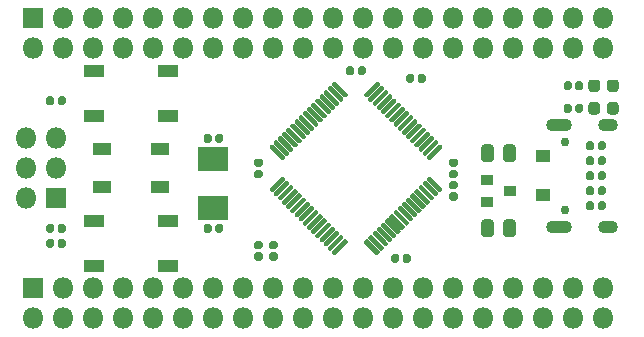
<source format=gbr>
%TF.GenerationSoftware,KiCad,Pcbnew,5.1.6+dfsg1-1*%
%TF.CreationDate,2020-08-04T18:23:16+08:00*%
%TF.ProjectId,stm32dev,73746d33-3264-4657-962e-6b696361645f,b*%
%TF.SameCoordinates,Original*%
%TF.FileFunction,Soldermask,Top*%
%TF.FilePolarity,Negative*%
%FSLAX46Y46*%
G04 Gerber Fmt 4.6, Leading zero omitted, Abs format (unit mm)*
G04 Created by KiCad (PCBNEW 5.1.6+dfsg1-1) date 2020-08-04 18:23:16*
%MOMM*%
%LPD*%
G01*
G04 APERTURE LIST*
%ADD10O,1.800000X1.800000*%
%ADD11R,1.800000X1.800000*%
%ADD12R,1.800000X1.100000*%
%ADD13O,2.200000X1.100000*%
%ADD14C,0.750000*%
%ADD15O,1.700000X1.100000*%
%ADD16R,1.300000X1.000000*%
%ADD17R,2.500000X2.000000*%
%ADD18R,1.000000X0.900000*%
%ADD19R,1.600000X1.100000*%
G04 APERTURE END LIST*
%TO.C,C9*%
G36*
G01*
X143312500Y-104915000D02*
X143707500Y-104915000D01*
G75*
G02*
X143880000Y-105087500I0J-172500D01*
G01*
X143880000Y-105432500D01*
G75*
G02*
X143707500Y-105605000I-172500J0D01*
G01*
X143312500Y-105605000D01*
G75*
G02*
X143140000Y-105432500I0J172500D01*
G01*
X143140000Y-105087500D01*
G75*
G02*
X143312500Y-104915000I172500J0D01*
G01*
G37*
G36*
G01*
X143312500Y-103945000D02*
X143707500Y-103945000D01*
G75*
G02*
X143880000Y-104117500I0J-172500D01*
G01*
X143880000Y-104462500D01*
G75*
G02*
X143707500Y-104635000I-172500J0D01*
G01*
X143312500Y-104635000D01*
G75*
G02*
X143140000Y-104462500I0J172500D01*
G01*
X143140000Y-104117500D01*
G75*
G02*
X143312500Y-103945000I172500J0D01*
G01*
G37*
%TD*%
D10*
%TO.C,J2*%
X123825000Y-95250000D03*
X126365000Y-95250000D03*
X123825000Y-97790000D03*
X126365000Y-97790000D03*
X123825000Y-100330000D03*
D11*
X126365000Y-100330000D03*
%TD*%
D10*
%TO.C,J5*%
X172720000Y-87630000D03*
X172720000Y-85090000D03*
X170180000Y-87630000D03*
X170180000Y-85090000D03*
X167640000Y-87630000D03*
X167640000Y-85090000D03*
X165100000Y-87630000D03*
X165100000Y-85090000D03*
X162560000Y-87630000D03*
X162560000Y-85090000D03*
X160020000Y-87630000D03*
X160020000Y-85090000D03*
X157480000Y-87630000D03*
X157480000Y-85090000D03*
X154940000Y-87630000D03*
X154940000Y-85090000D03*
X152400000Y-87630000D03*
X152400000Y-85090000D03*
X149860000Y-87630000D03*
X149860000Y-85090000D03*
X147320000Y-87630000D03*
X147320000Y-85090000D03*
X144780000Y-87630000D03*
X144780000Y-85090000D03*
X142240000Y-87630000D03*
X142240000Y-85090000D03*
X139700000Y-87630000D03*
X139700000Y-85090000D03*
X137160000Y-87630000D03*
X137160000Y-85090000D03*
X134620000Y-87630000D03*
X134620000Y-85090000D03*
X132080000Y-87630000D03*
X132080000Y-85090000D03*
X129540000Y-87630000D03*
X129540000Y-85090000D03*
X127000000Y-87630000D03*
X127000000Y-85090000D03*
X124460000Y-87630000D03*
D11*
X124460000Y-85090000D03*
%TD*%
D10*
%TO.C,J4*%
X172720000Y-110490000D03*
X172720000Y-107950000D03*
X170180000Y-110490000D03*
X170180000Y-107950000D03*
X167640000Y-110490000D03*
X167640000Y-107950000D03*
X165100000Y-110490000D03*
X165100000Y-107950000D03*
X162560000Y-110490000D03*
X162560000Y-107950000D03*
X160020000Y-110490000D03*
X160020000Y-107950000D03*
X157480000Y-110490000D03*
X157480000Y-107950000D03*
X154940000Y-110490000D03*
X154940000Y-107950000D03*
X152400000Y-110490000D03*
X152400000Y-107950000D03*
X149860000Y-110490000D03*
X149860000Y-107950000D03*
X147320000Y-110490000D03*
X147320000Y-107950000D03*
X144780000Y-110490000D03*
X144780000Y-107950000D03*
X142240000Y-110490000D03*
X142240000Y-107950000D03*
X139700000Y-110490000D03*
X139700000Y-107950000D03*
X137160000Y-110490000D03*
X137160000Y-107950000D03*
X134620000Y-110490000D03*
X134620000Y-107950000D03*
X132080000Y-110490000D03*
X132080000Y-107950000D03*
X129540000Y-110490000D03*
X129540000Y-107950000D03*
X127000000Y-110490000D03*
X127000000Y-107950000D03*
X124460000Y-110490000D03*
D11*
X124460000Y-107950000D03*
%TD*%
D12*
%TO.C,SW2*%
X129565000Y-89540000D03*
X135865000Y-89540000D03*
X129565000Y-93340000D03*
X135865000Y-93340000D03*
%TD*%
%TO.C,SW1*%
X129565000Y-102240000D03*
X135865000Y-102240000D03*
X129565000Y-106040000D03*
X135865000Y-106040000D03*
%TD*%
%TO.C,R8*%
G36*
G01*
X172225000Y-96082500D02*
X172225000Y-95687500D01*
G75*
G02*
X172397500Y-95515000I172500J0D01*
G01*
X172742500Y-95515000D01*
G75*
G02*
X172915000Y-95687500I0J-172500D01*
G01*
X172915000Y-96082500D01*
G75*
G02*
X172742500Y-96255000I-172500J0D01*
G01*
X172397500Y-96255000D01*
G75*
G02*
X172225000Y-96082500I0J172500D01*
G01*
G37*
G36*
G01*
X171255000Y-96082500D02*
X171255000Y-95687500D01*
G75*
G02*
X171427500Y-95515000I172500J0D01*
G01*
X171772500Y-95515000D01*
G75*
G02*
X171945000Y-95687500I0J-172500D01*
G01*
X171945000Y-96082500D01*
G75*
G02*
X171772500Y-96255000I-172500J0D01*
G01*
X171427500Y-96255000D01*
G75*
G02*
X171255000Y-96082500I0J172500D01*
G01*
G37*
%TD*%
%TO.C,R9*%
G36*
G01*
X170040000Y-92512500D02*
X170040000Y-92907500D01*
G75*
G02*
X169867500Y-93080000I-172500J0D01*
G01*
X169522500Y-93080000D01*
G75*
G02*
X169350000Y-92907500I0J172500D01*
G01*
X169350000Y-92512500D01*
G75*
G02*
X169522500Y-92340000I172500J0D01*
G01*
X169867500Y-92340000D01*
G75*
G02*
X170040000Y-92512500I0J-172500D01*
G01*
G37*
G36*
G01*
X171010000Y-92512500D02*
X171010000Y-92907500D01*
G75*
G02*
X170837500Y-93080000I-172500J0D01*
G01*
X170492500Y-93080000D01*
G75*
G02*
X170320000Y-92907500I0J172500D01*
G01*
X170320000Y-92512500D01*
G75*
G02*
X170492500Y-92340000I172500J0D01*
G01*
X170837500Y-92340000D01*
G75*
G02*
X171010000Y-92512500I0J-172500D01*
G01*
G37*
%TD*%
%TO.C,R7*%
G36*
G01*
X172225000Y-101162500D02*
X172225000Y-100767500D01*
G75*
G02*
X172397500Y-100595000I172500J0D01*
G01*
X172742500Y-100595000D01*
G75*
G02*
X172915000Y-100767500I0J-172500D01*
G01*
X172915000Y-101162500D01*
G75*
G02*
X172742500Y-101335000I-172500J0D01*
G01*
X172397500Y-101335000D01*
G75*
G02*
X172225000Y-101162500I0J172500D01*
G01*
G37*
G36*
G01*
X171255000Y-101162500D02*
X171255000Y-100767500D01*
G75*
G02*
X171427500Y-100595000I172500J0D01*
G01*
X171772500Y-100595000D01*
G75*
G02*
X171945000Y-100767500I0J-172500D01*
G01*
X171945000Y-101162500D01*
G75*
G02*
X171772500Y-101335000I-172500J0D01*
G01*
X171427500Y-101335000D01*
G75*
G02*
X171255000Y-101162500I0J172500D01*
G01*
G37*
%TD*%
%TO.C,R6*%
G36*
G01*
X170040000Y-90607500D02*
X170040000Y-91002500D01*
G75*
G02*
X169867500Y-91175000I-172500J0D01*
G01*
X169522500Y-91175000D01*
G75*
G02*
X169350000Y-91002500I0J172500D01*
G01*
X169350000Y-90607500D01*
G75*
G02*
X169522500Y-90435000I172500J0D01*
G01*
X169867500Y-90435000D01*
G75*
G02*
X170040000Y-90607500I0J-172500D01*
G01*
G37*
G36*
G01*
X171010000Y-90607500D02*
X171010000Y-91002500D01*
G75*
G02*
X170837500Y-91175000I-172500J0D01*
G01*
X170492500Y-91175000D01*
G75*
G02*
X170320000Y-91002500I0J172500D01*
G01*
X170320000Y-90607500D01*
G75*
G02*
X170492500Y-90435000I172500J0D01*
G01*
X170837500Y-90435000D01*
G75*
G02*
X171010000Y-90607500I0J-172500D01*
G01*
G37*
%TD*%
%TO.C,R4*%
G36*
G01*
X172225000Y-99892500D02*
X172225000Y-99497500D01*
G75*
G02*
X172397500Y-99325000I172500J0D01*
G01*
X172742500Y-99325000D01*
G75*
G02*
X172915000Y-99497500I0J-172500D01*
G01*
X172915000Y-99892500D01*
G75*
G02*
X172742500Y-100065000I-172500J0D01*
G01*
X172397500Y-100065000D01*
G75*
G02*
X172225000Y-99892500I0J172500D01*
G01*
G37*
G36*
G01*
X171255000Y-99892500D02*
X171255000Y-99497500D01*
G75*
G02*
X171427500Y-99325000I172500J0D01*
G01*
X171772500Y-99325000D01*
G75*
G02*
X171945000Y-99497500I0J-172500D01*
G01*
X171945000Y-99892500D01*
G75*
G02*
X171772500Y-100065000I-172500J0D01*
G01*
X171427500Y-100065000D01*
G75*
G02*
X171255000Y-99892500I0J172500D01*
G01*
G37*
%TD*%
%TO.C,R3*%
G36*
G01*
X172225000Y-98622500D02*
X172225000Y-98227500D01*
G75*
G02*
X172397500Y-98055000I172500J0D01*
G01*
X172742500Y-98055000D01*
G75*
G02*
X172915000Y-98227500I0J-172500D01*
G01*
X172915000Y-98622500D01*
G75*
G02*
X172742500Y-98795000I-172500J0D01*
G01*
X172397500Y-98795000D01*
G75*
G02*
X172225000Y-98622500I0J172500D01*
G01*
G37*
G36*
G01*
X171255000Y-98622500D02*
X171255000Y-98227500D01*
G75*
G02*
X171427500Y-98055000I172500J0D01*
G01*
X171772500Y-98055000D01*
G75*
G02*
X171945000Y-98227500I0J-172500D01*
G01*
X171945000Y-98622500D01*
G75*
G02*
X171772500Y-98795000I-172500J0D01*
G01*
X171427500Y-98795000D01*
G75*
G02*
X171255000Y-98622500I0J172500D01*
G01*
G37*
%TD*%
%TO.C,R2*%
G36*
G01*
X172225000Y-97352500D02*
X172225000Y-96957500D01*
G75*
G02*
X172397500Y-96785000I172500J0D01*
G01*
X172742500Y-96785000D01*
G75*
G02*
X172915000Y-96957500I0J-172500D01*
G01*
X172915000Y-97352500D01*
G75*
G02*
X172742500Y-97525000I-172500J0D01*
G01*
X172397500Y-97525000D01*
G75*
G02*
X172225000Y-97352500I0J172500D01*
G01*
G37*
G36*
G01*
X171255000Y-97352500D02*
X171255000Y-96957500D01*
G75*
G02*
X171427500Y-96785000I172500J0D01*
G01*
X171772500Y-96785000D01*
G75*
G02*
X171945000Y-96957500I0J-172500D01*
G01*
X171945000Y-97352500D01*
G75*
G02*
X171772500Y-97525000I-172500J0D01*
G01*
X171427500Y-97525000D01*
G75*
G02*
X171255000Y-97352500I0J172500D01*
G01*
G37*
%TD*%
%TO.C,R5*%
G36*
G01*
X126225000Y-91877500D02*
X126225000Y-92272500D01*
G75*
G02*
X126052500Y-92445000I-172500J0D01*
G01*
X125707500Y-92445000D01*
G75*
G02*
X125535000Y-92272500I0J172500D01*
G01*
X125535000Y-91877500D01*
G75*
G02*
X125707500Y-91705000I172500J0D01*
G01*
X126052500Y-91705000D01*
G75*
G02*
X126225000Y-91877500I0J-172500D01*
G01*
G37*
G36*
G01*
X127195000Y-91877500D02*
X127195000Y-92272500D01*
G75*
G02*
X127022500Y-92445000I-172500J0D01*
G01*
X126677500Y-92445000D01*
G75*
G02*
X126505000Y-92272500I0J172500D01*
G01*
X126505000Y-91877500D01*
G75*
G02*
X126677500Y-91705000I172500J0D01*
G01*
X127022500Y-91705000D01*
G75*
G02*
X127195000Y-91877500I0J-172500D01*
G01*
G37*
%TD*%
%TO.C,R1*%
G36*
G01*
X126505000Y-104337500D02*
X126505000Y-103942500D01*
G75*
G02*
X126677500Y-103770000I172500J0D01*
G01*
X127022500Y-103770000D01*
G75*
G02*
X127195000Y-103942500I0J-172500D01*
G01*
X127195000Y-104337500D01*
G75*
G02*
X127022500Y-104510000I-172500J0D01*
G01*
X126677500Y-104510000D01*
G75*
G02*
X126505000Y-104337500I0J172500D01*
G01*
G37*
G36*
G01*
X125535000Y-104337500D02*
X125535000Y-103942500D01*
G75*
G02*
X125707500Y-103770000I172500J0D01*
G01*
X126052500Y-103770000D01*
G75*
G02*
X126225000Y-103942500I0J-172500D01*
G01*
X126225000Y-104337500D01*
G75*
G02*
X126052500Y-104510000I-172500J0D01*
G01*
X125707500Y-104510000D01*
G75*
G02*
X125535000Y-104337500I0J172500D01*
G01*
G37*
%TD*%
D13*
%TO.C,J1*%
X168955000Y-102745000D03*
X168955000Y-94105000D03*
D14*
X169485000Y-95535000D03*
D15*
X173135000Y-94105000D03*
D14*
X169485000Y-101315000D03*
D15*
X173135000Y-102745000D03*
%TD*%
%TO.C,D4*%
G36*
G01*
X173020000Y-92991250D02*
X173020000Y-92428750D01*
G75*
G02*
X173263750Y-92185000I243750J0D01*
G01*
X173751250Y-92185000D01*
G75*
G02*
X173995000Y-92428750I0J-243750D01*
G01*
X173995000Y-92991250D01*
G75*
G02*
X173751250Y-93235000I-243750J0D01*
G01*
X173263750Y-93235000D01*
G75*
G02*
X173020000Y-92991250I0J243750D01*
G01*
G37*
G36*
G01*
X171445000Y-92991250D02*
X171445000Y-92428750D01*
G75*
G02*
X171688750Y-92185000I243750J0D01*
G01*
X172176250Y-92185000D01*
G75*
G02*
X172420000Y-92428750I0J-243750D01*
G01*
X172420000Y-92991250D01*
G75*
G02*
X172176250Y-93235000I-243750J0D01*
G01*
X171688750Y-93235000D01*
G75*
G02*
X171445000Y-92991250I0J243750D01*
G01*
G37*
%TD*%
D16*
%TO.C,D2*%
X167640000Y-100075000D03*
X167640000Y-96775000D03*
%TD*%
%TO.C,D3*%
G36*
G01*
X173020000Y-91086250D02*
X173020000Y-90523750D01*
G75*
G02*
X173263750Y-90280000I243750J0D01*
G01*
X173751250Y-90280000D01*
G75*
G02*
X173995000Y-90523750I0J-243750D01*
G01*
X173995000Y-91086250D01*
G75*
G02*
X173751250Y-91330000I-243750J0D01*
G01*
X173263750Y-91330000D01*
G75*
G02*
X173020000Y-91086250I0J243750D01*
G01*
G37*
G36*
G01*
X171445000Y-91086250D02*
X171445000Y-90523750D01*
G75*
G02*
X171688750Y-90280000I243750J0D01*
G01*
X172176250Y-90280000D01*
G75*
G02*
X172420000Y-90523750I0J-243750D01*
G01*
X172420000Y-91086250D01*
G75*
G02*
X172176250Y-91330000I-243750J0D01*
G01*
X171688750Y-91330000D01*
G75*
G02*
X171445000Y-91086250I0J243750D01*
G01*
G37*
%TD*%
%TO.C,C2*%
G36*
G01*
X126225000Y-102672500D02*
X126225000Y-103067500D01*
G75*
G02*
X126052500Y-103240000I-172500J0D01*
G01*
X125707500Y-103240000D01*
G75*
G02*
X125535000Y-103067500I0J172500D01*
G01*
X125535000Y-102672500D01*
G75*
G02*
X125707500Y-102500000I172500J0D01*
G01*
X126052500Y-102500000D01*
G75*
G02*
X126225000Y-102672500I0J-172500D01*
G01*
G37*
G36*
G01*
X127195000Y-102672500D02*
X127195000Y-103067500D01*
G75*
G02*
X127022500Y-103240000I-172500J0D01*
G01*
X126677500Y-103240000D01*
G75*
G02*
X126505000Y-103067500I0J172500D01*
G01*
X126505000Y-102672500D01*
G75*
G02*
X126677500Y-102500000I172500J0D01*
G01*
X127022500Y-102500000D01*
G75*
G02*
X127195000Y-102672500I0J-172500D01*
G01*
G37*
%TD*%
%TO.C,C4*%
G36*
G01*
X144582500Y-104915000D02*
X144977500Y-104915000D01*
G75*
G02*
X145150000Y-105087500I0J-172500D01*
G01*
X145150000Y-105432500D01*
G75*
G02*
X144977500Y-105605000I-172500J0D01*
G01*
X144582500Y-105605000D01*
G75*
G02*
X144410000Y-105432500I0J172500D01*
G01*
X144410000Y-105087500D01*
G75*
G02*
X144582500Y-104915000I172500J0D01*
G01*
G37*
G36*
G01*
X144582500Y-103945000D02*
X144977500Y-103945000D01*
G75*
G02*
X145150000Y-104117500I0J-172500D01*
G01*
X145150000Y-104462500D01*
G75*
G02*
X144977500Y-104635000I-172500J0D01*
G01*
X144582500Y-104635000D01*
G75*
G02*
X144410000Y-104462500I0J172500D01*
G01*
X144410000Y-104117500D01*
G75*
G02*
X144582500Y-103945000I172500J0D01*
G01*
G37*
%TD*%
D17*
%TO.C,Y1*%
X139700000Y-101110000D03*
X139700000Y-97010000D03*
%TD*%
D18*
%TO.C,U1*%
X164830000Y-99695000D03*
X162830000Y-100645000D03*
X162830000Y-98745000D03*
%TD*%
%TO.C,C13*%
G36*
G01*
X156985000Y-90367500D02*
X156985000Y-89972500D01*
G75*
G02*
X157157500Y-89800000I172500J0D01*
G01*
X157502500Y-89800000D01*
G75*
G02*
X157675000Y-89972500I0J-172500D01*
G01*
X157675000Y-90367500D01*
G75*
G02*
X157502500Y-90540000I-172500J0D01*
G01*
X157157500Y-90540000D01*
G75*
G02*
X156985000Y-90367500I0J172500D01*
G01*
G37*
G36*
G01*
X156015000Y-90367500D02*
X156015000Y-89972500D01*
G75*
G02*
X156187500Y-89800000I172500J0D01*
G01*
X156532500Y-89800000D01*
G75*
G02*
X156705000Y-89972500I0J-172500D01*
G01*
X156705000Y-90367500D01*
G75*
G02*
X156532500Y-90540000I-172500J0D01*
G01*
X156187500Y-90540000D01*
G75*
G02*
X156015000Y-90367500I0J172500D01*
G01*
G37*
%TD*%
%TO.C,C12*%
G36*
G01*
X160217500Y-99555000D02*
X159822500Y-99555000D01*
G75*
G02*
X159650000Y-99382500I0J172500D01*
G01*
X159650000Y-99037500D01*
G75*
G02*
X159822500Y-98865000I172500J0D01*
G01*
X160217500Y-98865000D01*
G75*
G02*
X160390000Y-99037500I0J-172500D01*
G01*
X160390000Y-99382500D01*
G75*
G02*
X160217500Y-99555000I-172500J0D01*
G01*
G37*
G36*
G01*
X160217500Y-100525000D02*
X159822500Y-100525000D01*
G75*
G02*
X159650000Y-100352500I0J172500D01*
G01*
X159650000Y-100007500D01*
G75*
G02*
X159822500Y-99835000I172500J0D01*
G01*
X160217500Y-99835000D01*
G75*
G02*
X160390000Y-100007500I0J-172500D01*
G01*
X160390000Y-100352500D01*
G75*
G02*
X160217500Y-100525000I-172500J0D01*
G01*
G37*
%TD*%
%TO.C,C11*%
G36*
G01*
X139560000Y-102672500D02*
X139560000Y-103067500D01*
G75*
G02*
X139387500Y-103240000I-172500J0D01*
G01*
X139042500Y-103240000D01*
G75*
G02*
X138870000Y-103067500I0J172500D01*
G01*
X138870000Y-102672500D01*
G75*
G02*
X139042500Y-102500000I172500J0D01*
G01*
X139387500Y-102500000D01*
G75*
G02*
X139560000Y-102672500I0J-172500D01*
G01*
G37*
G36*
G01*
X140530000Y-102672500D02*
X140530000Y-103067500D01*
G75*
G02*
X140357500Y-103240000I-172500J0D01*
G01*
X140012500Y-103240000D01*
G75*
G02*
X139840000Y-103067500I0J172500D01*
G01*
X139840000Y-102672500D01*
G75*
G02*
X140012500Y-102500000I172500J0D01*
G01*
X140357500Y-102500000D01*
G75*
G02*
X140530000Y-102672500I0J-172500D01*
G01*
G37*
%TD*%
%TO.C,C10*%
G36*
G01*
X139840000Y-95447500D02*
X139840000Y-95052500D01*
G75*
G02*
X140012500Y-94880000I172500J0D01*
G01*
X140357500Y-94880000D01*
G75*
G02*
X140530000Y-95052500I0J-172500D01*
G01*
X140530000Y-95447500D01*
G75*
G02*
X140357500Y-95620000I-172500J0D01*
G01*
X140012500Y-95620000D01*
G75*
G02*
X139840000Y-95447500I0J172500D01*
G01*
G37*
G36*
G01*
X138870000Y-95447500D02*
X138870000Y-95052500D01*
G75*
G02*
X139042500Y-94880000I172500J0D01*
G01*
X139387500Y-94880000D01*
G75*
G02*
X139560000Y-95052500I0J-172500D01*
G01*
X139560000Y-95447500D01*
G75*
G02*
X139387500Y-95620000I-172500J0D01*
G01*
X139042500Y-95620000D01*
G75*
G02*
X138870000Y-95447500I0J172500D01*
G01*
G37*
%TD*%
%TO.C,C8*%
G36*
G01*
X155715000Y-105607500D02*
X155715000Y-105212500D01*
G75*
G02*
X155887500Y-105040000I172500J0D01*
G01*
X156232500Y-105040000D01*
G75*
G02*
X156405000Y-105212500I0J-172500D01*
G01*
X156405000Y-105607500D01*
G75*
G02*
X156232500Y-105780000I-172500J0D01*
G01*
X155887500Y-105780000D01*
G75*
G02*
X155715000Y-105607500I0J172500D01*
G01*
G37*
G36*
G01*
X154745000Y-105607500D02*
X154745000Y-105212500D01*
G75*
G02*
X154917500Y-105040000I172500J0D01*
G01*
X155262500Y-105040000D01*
G75*
G02*
X155435000Y-105212500I0J-172500D01*
G01*
X155435000Y-105607500D01*
G75*
G02*
X155262500Y-105780000I-172500J0D01*
G01*
X154917500Y-105780000D01*
G75*
G02*
X154745000Y-105607500I0J172500D01*
G01*
G37*
%TD*%
%TO.C,C7*%
G36*
G01*
X143312500Y-97930000D02*
X143707500Y-97930000D01*
G75*
G02*
X143880000Y-98102500I0J-172500D01*
G01*
X143880000Y-98447500D01*
G75*
G02*
X143707500Y-98620000I-172500J0D01*
G01*
X143312500Y-98620000D01*
G75*
G02*
X143140000Y-98447500I0J172500D01*
G01*
X143140000Y-98102500D01*
G75*
G02*
X143312500Y-97930000I172500J0D01*
G01*
G37*
G36*
G01*
X143312500Y-96960000D02*
X143707500Y-96960000D01*
G75*
G02*
X143880000Y-97132500I0J-172500D01*
G01*
X143880000Y-97477500D01*
G75*
G02*
X143707500Y-97650000I-172500J0D01*
G01*
X143312500Y-97650000D01*
G75*
G02*
X143140000Y-97477500I0J172500D01*
G01*
X143140000Y-97132500D01*
G75*
G02*
X143312500Y-96960000I172500J0D01*
G01*
G37*
%TD*%
%TO.C,C6*%
G36*
G01*
X151625000Y-89337500D02*
X151625000Y-89732500D01*
G75*
G02*
X151452500Y-89905000I-172500J0D01*
G01*
X151107500Y-89905000D01*
G75*
G02*
X150935000Y-89732500I0J172500D01*
G01*
X150935000Y-89337500D01*
G75*
G02*
X151107500Y-89165000I172500J0D01*
G01*
X151452500Y-89165000D01*
G75*
G02*
X151625000Y-89337500I0J-172500D01*
G01*
G37*
G36*
G01*
X152595000Y-89337500D02*
X152595000Y-89732500D01*
G75*
G02*
X152422500Y-89905000I-172500J0D01*
G01*
X152077500Y-89905000D01*
G75*
G02*
X151905000Y-89732500I0J172500D01*
G01*
X151905000Y-89337500D01*
G75*
G02*
X152077500Y-89165000I172500J0D01*
G01*
X152422500Y-89165000D01*
G75*
G02*
X152595000Y-89337500I0J-172500D01*
G01*
G37*
%TD*%
D19*
%TO.C,D1*%
X130265000Y-96190000D03*
X130265000Y-99390000D03*
X135165000Y-96190000D03*
X135165000Y-99390000D03*
%TD*%
%TO.C,C5*%
G36*
G01*
X160217500Y-97650000D02*
X159822500Y-97650000D01*
G75*
G02*
X159650000Y-97477500I0J172500D01*
G01*
X159650000Y-97132500D01*
G75*
G02*
X159822500Y-96960000I172500J0D01*
G01*
X160217500Y-96960000D01*
G75*
G02*
X160390000Y-97132500I0J-172500D01*
G01*
X160390000Y-97477500D01*
G75*
G02*
X160217500Y-97650000I-172500J0D01*
G01*
G37*
G36*
G01*
X160217500Y-98620000D02*
X159822500Y-98620000D01*
G75*
G02*
X159650000Y-98447500I0J172500D01*
G01*
X159650000Y-98102500D01*
G75*
G02*
X159822500Y-97930000I172500J0D01*
G01*
X160217500Y-97930000D01*
G75*
G02*
X160390000Y-98102500I0J-172500D01*
G01*
X160390000Y-98447500D01*
G75*
G02*
X160217500Y-98620000I-172500J0D01*
G01*
G37*
%TD*%
%TO.C,C3*%
G36*
G01*
X164230000Y-103351250D02*
X164230000Y-102388750D01*
G75*
G02*
X164498750Y-102120000I268750J0D01*
G01*
X165036250Y-102120000D01*
G75*
G02*
X165305000Y-102388750I0J-268750D01*
G01*
X165305000Y-103351250D01*
G75*
G02*
X165036250Y-103620000I-268750J0D01*
G01*
X164498750Y-103620000D01*
G75*
G02*
X164230000Y-103351250I0J268750D01*
G01*
G37*
G36*
G01*
X162355000Y-103351250D02*
X162355000Y-102388750D01*
G75*
G02*
X162623750Y-102120000I268750J0D01*
G01*
X163161250Y-102120000D01*
G75*
G02*
X163430000Y-102388750I0J-268750D01*
G01*
X163430000Y-103351250D01*
G75*
G02*
X163161250Y-103620000I-268750J0D01*
G01*
X162623750Y-103620000D01*
G75*
G02*
X162355000Y-103351250I0J268750D01*
G01*
G37*
%TD*%
%TO.C,C1*%
G36*
G01*
X163430000Y-96038750D02*
X163430000Y-97001250D01*
G75*
G02*
X163161250Y-97270000I-268750J0D01*
G01*
X162623750Y-97270000D01*
G75*
G02*
X162355000Y-97001250I0J268750D01*
G01*
X162355000Y-96038750D01*
G75*
G02*
X162623750Y-95770000I268750J0D01*
G01*
X163161250Y-95770000D01*
G75*
G02*
X163430000Y-96038750I0J-268750D01*
G01*
G37*
G36*
G01*
X165305000Y-96038750D02*
X165305000Y-97001250D01*
G75*
G02*
X165036250Y-97270000I-268750J0D01*
G01*
X164498750Y-97270000D01*
G75*
G02*
X164230000Y-97001250I0J268750D01*
G01*
X164230000Y-96038750D01*
G75*
G02*
X164498750Y-95770000I268750J0D01*
G01*
X165036250Y-95770000D01*
G75*
G02*
X165305000Y-96038750I0J-268750D01*
G01*
G37*
%TD*%
%TO.C,U2*%
G36*
G01*
X145471750Y-97082893D02*
X144446445Y-96057588D01*
G75*
G02*
X144446445Y-95916166I70711J70711D01*
G01*
X144587866Y-95774745D01*
G75*
G02*
X144729288Y-95774745I70711J-70711D01*
G01*
X145754593Y-96800050D01*
G75*
G02*
X145754593Y-96941472I-70711J-70711D01*
G01*
X145613172Y-97082893D01*
G75*
G02*
X145471750Y-97082893I-70711J70711D01*
G01*
G37*
G36*
G01*
X145825303Y-96729340D02*
X144799998Y-95704035D01*
G75*
G02*
X144799998Y-95562613I70711J70711D01*
G01*
X144941419Y-95421192D01*
G75*
G02*
X145082841Y-95421192I70711J-70711D01*
G01*
X146108146Y-96446497D01*
G75*
G02*
X146108146Y-96587919I-70711J-70711D01*
G01*
X145966725Y-96729340D01*
G75*
G02*
X145825303Y-96729340I-70711J70711D01*
G01*
G37*
G36*
G01*
X146178856Y-96375787D02*
X145153551Y-95350482D01*
G75*
G02*
X145153551Y-95209060I70711J70711D01*
G01*
X145294972Y-95067639D01*
G75*
G02*
X145436394Y-95067639I70711J-70711D01*
G01*
X146461699Y-96092944D01*
G75*
G02*
X146461699Y-96234366I-70711J-70711D01*
G01*
X146320278Y-96375787D01*
G75*
G02*
X146178856Y-96375787I-70711J70711D01*
G01*
G37*
G36*
G01*
X146532410Y-96022233D02*
X145507105Y-94996928D01*
G75*
G02*
X145507105Y-94855506I70711J70711D01*
G01*
X145648526Y-94714085D01*
G75*
G02*
X145789948Y-94714085I70711J-70711D01*
G01*
X146815253Y-95739390D01*
G75*
G02*
X146815253Y-95880812I-70711J-70711D01*
G01*
X146673832Y-96022233D01*
G75*
G02*
X146532410Y-96022233I-70711J70711D01*
G01*
G37*
G36*
G01*
X146885963Y-95668680D02*
X145860658Y-94643375D01*
G75*
G02*
X145860658Y-94501953I70711J70711D01*
G01*
X146002079Y-94360532D01*
G75*
G02*
X146143501Y-94360532I70711J-70711D01*
G01*
X147168806Y-95385837D01*
G75*
G02*
X147168806Y-95527259I-70711J-70711D01*
G01*
X147027385Y-95668680D01*
G75*
G02*
X146885963Y-95668680I-70711J70711D01*
G01*
G37*
G36*
G01*
X147239517Y-95315126D02*
X146214212Y-94289821D01*
G75*
G02*
X146214212Y-94148399I70711J70711D01*
G01*
X146355633Y-94006978D01*
G75*
G02*
X146497055Y-94006978I70711J-70711D01*
G01*
X147522360Y-95032283D01*
G75*
G02*
X147522360Y-95173705I-70711J-70711D01*
G01*
X147380939Y-95315126D01*
G75*
G02*
X147239517Y-95315126I-70711J70711D01*
G01*
G37*
G36*
G01*
X147593070Y-94961573D02*
X146567765Y-93936268D01*
G75*
G02*
X146567765Y-93794846I70711J70711D01*
G01*
X146709186Y-93653425D01*
G75*
G02*
X146850608Y-93653425I70711J-70711D01*
G01*
X147875913Y-94678730D01*
G75*
G02*
X147875913Y-94820152I-70711J-70711D01*
G01*
X147734492Y-94961573D01*
G75*
G02*
X147593070Y-94961573I-70711J70711D01*
G01*
G37*
G36*
G01*
X147946623Y-94608020D02*
X146921318Y-93582715D01*
G75*
G02*
X146921318Y-93441293I70711J70711D01*
G01*
X147062739Y-93299872D01*
G75*
G02*
X147204161Y-93299872I70711J-70711D01*
G01*
X148229466Y-94325177D01*
G75*
G02*
X148229466Y-94466599I-70711J-70711D01*
G01*
X148088045Y-94608020D01*
G75*
G02*
X147946623Y-94608020I-70711J70711D01*
G01*
G37*
G36*
G01*
X148300177Y-94254466D02*
X147274872Y-93229161D01*
G75*
G02*
X147274872Y-93087739I70711J70711D01*
G01*
X147416293Y-92946318D01*
G75*
G02*
X147557715Y-92946318I70711J-70711D01*
G01*
X148583020Y-93971623D01*
G75*
G02*
X148583020Y-94113045I-70711J-70711D01*
G01*
X148441599Y-94254466D01*
G75*
G02*
X148300177Y-94254466I-70711J70711D01*
G01*
G37*
G36*
G01*
X148653730Y-93900913D02*
X147628425Y-92875608D01*
G75*
G02*
X147628425Y-92734186I70711J70711D01*
G01*
X147769846Y-92592765D01*
G75*
G02*
X147911268Y-92592765I70711J-70711D01*
G01*
X148936573Y-93618070D01*
G75*
G02*
X148936573Y-93759492I-70711J-70711D01*
G01*
X148795152Y-93900913D01*
G75*
G02*
X148653730Y-93900913I-70711J70711D01*
G01*
G37*
G36*
G01*
X149007283Y-93547360D02*
X147981978Y-92522055D01*
G75*
G02*
X147981978Y-92380633I70711J70711D01*
G01*
X148123399Y-92239212D01*
G75*
G02*
X148264821Y-92239212I70711J-70711D01*
G01*
X149290126Y-93264517D01*
G75*
G02*
X149290126Y-93405939I-70711J-70711D01*
G01*
X149148705Y-93547360D01*
G75*
G02*
X149007283Y-93547360I-70711J70711D01*
G01*
G37*
G36*
G01*
X149360837Y-93193806D02*
X148335532Y-92168501D01*
G75*
G02*
X148335532Y-92027079I70711J70711D01*
G01*
X148476953Y-91885658D01*
G75*
G02*
X148618375Y-91885658I70711J-70711D01*
G01*
X149643680Y-92910963D01*
G75*
G02*
X149643680Y-93052385I-70711J-70711D01*
G01*
X149502259Y-93193806D01*
G75*
G02*
X149360837Y-93193806I-70711J70711D01*
G01*
G37*
G36*
G01*
X149714390Y-92840253D02*
X148689085Y-91814948D01*
G75*
G02*
X148689085Y-91673526I70711J70711D01*
G01*
X148830506Y-91532105D01*
G75*
G02*
X148971928Y-91532105I70711J-70711D01*
G01*
X149997233Y-92557410D01*
G75*
G02*
X149997233Y-92698832I-70711J-70711D01*
G01*
X149855812Y-92840253D01*
G75*
G02*
X149714390Y-92840253I-70711J70711D01*
G01*
G37*
G36*
G01*
X150067944Y-92486699D02*
X149042639Y-91461394D01*
G75*
G02*
X149042639Y-91319972I70711J70711D01*
G01*
X149184060Y-91178551D01*
G75*
G02*
X149325482Y-91178551I70711J-70711D01*
G01*
X150350787Y-92203856D01*
G75*
G02*
X150350787Y-92345278I-70711J-70711D01*
G01*
X150209366Y-92486699D01*
G75*
G02*
X150067944Y-92486699I-70711J70711D01*
G01*
G37*
G36*
G01*
X150421497Y-92133146D02*
X149396192Y-91107841D01*
G75*
G02*
X149396192Y-90966419I70711J70711D01*
G01*
X149537613Y-90824998D01*
G75*
G02*
X149679035Y-90824998I70711J-70711D01*
G01*
X150704340Y-91850303D01*
G75*
G02*
X150704340Y-91991725I-70711J-70711D01*
G01*
X150562919Y-92133146D01*
G75*
G02*
X150421497Y-92133146I-70711J70711D01*
G01*
G37*
G36*
G01*
X150775050Y-91779593D02*
X149749745Y-90754288D01*
G75*
G02*
X149749745Y-90612866I70711J70711D01*
G01*
X149891166Y-90471445D01*
G75*
G02*
X150032588Y-90471445I70711J-70711D01*
G01*
X151057893Y-91496750D01*
G75*
G02*
X151057893Y-91638172I-70711J-70711D01*
G01*
X150916472Y-91779593D01*
G75*
G02*
X150775050Y-91779593I-70711J70711D01*
G01*
G37*
G36*
G01*
X152613529Y-91779593D02*
X152472107Y-91638172D01*
G75*
G02*
X152472107Y-91496750I70711J70711D01*
G01*
X153497412Y-90471445D01*
G75*
G02*
X153638834Y-90471445I70711J-70711D01*
G01*
X153780255Y-90612866D01*
G75*
G02*
X153780255Y-90754288I-70711J-70711D01*
G01*
X152754950Y-91779593D01*
G75*
G02*
X152613528Y-91779593I-70711J70711D01*
G01*
G37*
G36*
G01*
X152967082Y-92133146D02*
X152825660Y-91991725D01*
G75*
G02*
X152825660Y-91850303I70711J70711D01*
G01*
X153850965Y-90824998D01*
G75*
G02*
X153992387Y-90824998I70711J-70711D01*
G01*
X154133808Y-90966419D01*
G75*
G02*
X154133808Y-91107841I-70711J-70711D01*
G01*
X153108503Y-92133146D01*
G75*
G02*
X152967081Y-92133146I-70711J70711D01*
G01*
G37*
G36*
G01*
X153320635Y-92486699D02*
X153179213Y-92345278D01*
G75*
G02*
X153179213Y-92203856I70711J70711D01*
G01*
X154204518Y-91178551D01*
G75*
G02*
X154345940Y-91178551I70711J-70711D01*
G01*
X154487361Y-91319972D01*
G75*
G02*
X154487361Y-91461394I-70711J-70711D01*
G01*
X153462056Y-92486699D01*
G75*
G02*
X153320634Y-92486699I-70711J70711D01*
G01*
G37*
G36*
G01*
X153674189Y-92840253D02*
X153532767Y-92698832D01*
G75*
G02*
X153532767Y-92557410I70711J70711D01*
G01*
X154558072Y-91532105D01*
G75*
G02*
X154699494Y-91532105I70711J-70711D01*
G01*
X154840915Y-91673526D01*
G75*
G02*
X154840915Y-91814948I-70711J-70711D01*
G01*
X153815610Y-92840253D01*
G75*
G02*
X153674188Y-92840253I-70711J70711D01*
G01*
G37*
G36*
G01*
X154027742Y-93193806D02*
X153886320Y-93052385D01*
G75*
G02*
X153886320Y-92910963I70711J70711D01*
G01*
X154911625Y-91885658D01*
G75*
G02*
X155053047Y-91885658I70711J-70711D01*
G01*
X155194468Y-92027079D01*
G75*
G02*
X155194468Y-92168501I-70711J-70711D01*
G01*
X154169163Y-93193806D01*
G75*
G02*
X154027741Y-93193806I-70711J70711D01*
G01*
G37*
G36*
G01*
X154381296Y-93547360D02*
X154239874Y-93405939D01*
G75*
G02*
X154239874Y-93264517I70711J70711D01*
G01*
X155265179Y-92239212D01*
G75*
G02*
X155406601Y-92239212I70711J-70711D01*
G01*
X155548022Y-92380633D01*
G75*
G02*
X155548022Y-92522055I-70711J-70711D01*
G01*
X154522717Y-93547360D01*
G75*
G02*
X154381295Y-93547360I-70711J70711D01*
G01*
G37*
G36*
G01*
X154734849Y-93900913D02*
X154593427Y-93759492D01*
G75*
G02*
X154593427Y-93618070I70711J70711D01*
G01*
X155618732Y-92592765D01*
G75*
G02*
X155760154Y-92592765I70711J-70711D01*
G01*
X155901575Y-92734186D01*
G75*
G02*
X155901575Y-92875608I-70711J-70711D01*
G01*
X154876270Y-93900913D01*
G75*
G02*
X154734848Y-93900913I-70711J70711D01*
G01*
G37*
G36*
G01*
X155088402Y-94254466D02*
X154946980Y-94113045D01*
G75*
G02*
X154946980Y-93971623I70711J70711D01*
G01*
X155972285Y-92946318D01*
G75*
G02*
X156113707Y-92946318I70711J-70711D01*
G01*
X156255128Y-93087739D01*
G75*
G02*
X156255128Y-93229161I-70711J-70711D01*
G01*
X155229823Y-94254466D01*
G75*
G02*
X155088401Y-94254466I-70711J70711D01*
G01*
G37*
G36*
G01*
X155441956Y-94608020D02*
X155300534Y-94466599D01*
G75*
G02*
X155300534Y-94325177I70711J70711D01*
G01*
X156325839Y-93299872D01*
G75*
G02*
X156467261Y-93299872I70711J-70711D01*
G01*
X156608682Y-93441293D01*
G75*
G02*
X156608682Y-93582715I-70711J-70711D01*
G01*
X155583377Y-94608020D01*
G75*
G02*
X155441955Y-94608020I-70711J70711D01*
G01*
G37*
G36*
G01*
X155795509Y-94961573D02*
X155654087Y-94820152D01*
G75*
G02*
X155654087Y-94678730I70711J70711D01*
G01*
X156679392Y-93653425D01*
G75*
G02*
X156820814Y-93653425I70711J-70711D01*
G01*
X156962235Y-93794846D01*
G75*
G02*
X156962235Y-93936268I-70711J-70711D01*
G01*
X155936930Y-94961573D01*
G75*
G02*
X155795508Y-94961573I-70711J70711D01*
G01*
G37*
G36*
G01*
X156149062Y-95315126D02*
X156007640Y-95173705D01*
G75*
G02*
X156007640Y-95032283I70711J70711D01*
G01*
X157032945Y-94006978D01*
G75*
G02*
X157174367Y-94006978I70711J-70711D01*
G01*
X157315788Y-94148399D01*
G75*
G02*
X157315788Y-94289821I-70711J-70711D01*
G01*
X156290483Y-95315126D01*
G75*
G02*
X156149061Y-95315126I-70711J70711D01*
G01*
G37*
G36*
G01*
X156502616Y-95668680D02*
X156361194Y-95527259D01*
G75*
G02*
X156361194Y-95385837I70711J70711D01*
G01*
X157386499Y-94360532D01*
G75*
G02*
X157527921Y-94360532I70711J-70711D01*
G01*
X157669342Y-94501953D01*
G75*
G02*
X157669342Y-94643375I-70711J-70711D01*
G01*
X156644037Y-95668680D01*
G75*
G02*
X156502615Y-95668680I-70711J70711D01*
G01*
G37*
G36*
G01*
X156856169Y-96022233D02*
X156714747Y-95880812D01*
G75*
G02*
X156714747Y-95739390I70711J70711D01*
G01*
X157740052Y-94714085D01*
G75*
G02*
X157881474Y-94714085I70711J-70711D01*
G01*
X158022895Y-94855506D01*
G75*
G02*
X158022895Y-94996928I-70711J-70711D01*
G01*
X156997590Y-96022233D01*
G75*
G02*
X156856168Y-96022233I-70711J70711D01*
G01*
G37*
G36*
G01*
X157209723Y-96375787D02*
X157068301Y-96234366D01*
G75*
G02*
X157068301Y-96092944I70711J70711D01*
G01*
X158093606Y-95067639D01*
G75*
G02*
X158235028Y-95067639I70711J-70711D01*
G01*
X158376449Y-95209060D01*
G75*
G02*
X158376449Y-95350482I-70711J-70711D01*
G01*
X157351144Y-96375787D01*
G75*
G02*
X157209722Y-96375787I-70711J70711D01*
G01*
G37*
G36*
G01*
X157563276Y-96729340D02*
X157421854Y-96587919D01*
G75*
G02*
X157421854Y-96446497I70711J70711D01*
G01*
X158447159Y-95421192D01*
G75*
G02*
X158588581Y-95421192I70711J-70711D01*
G01*
X158730002Y-95562613D01*
G75*
G02*
X158730002Y-95704035I-70711J-70711D01*
G01*
X157704697Y-96729340D01*
G75*
G02*
X157563275Y-96729340I-70711J70711D01*
G01*
G37*
G36*
G01*
X157916829Y-97082893D02*
X157775407Y-96941472D01*
G75*
G02*
X157775407Y-96800050I70711J70711D01*
G01*
X158800712Y-95774745D01*
G75*
G02*
X158942134Y-95774745I70711J-70711D01*
G01*
X159083555Y-95916166D01*
G75*
G02*
X159083555Y-96057588I-70711J-70711D01*
G01*
X158058250Y-97082893D01*
G75*
G02*
X157916828Y-97082893I-70711J70711D01*
G01*
G37*
G36*
G01*
X158800712Y-99805255D02*
X157775407Y-98779950D01*
G75*
G02*
X157775407Y-98638528I70711J70711D01*
G01*
X157916828Y-98497107D01*
G75*
G02*
X158058250Y-98497107I70711J-70711D01*
G01*
X159083555Y-99522412D01*
G75*
G02*
X159083555Y-99663834I-70711J-70711D01*
G01*
X158942134Y-99805255D01*
G75*
G02*
X158800712Y-99805255I-70711J70711D01*
G01*
G37*
G36*
G01*
X158447159Y-100158808D02*
X157421854Y-99133503D01*
G75*
G02*
X157421854Y-98992081I70711J70711D01*
G01*
X157563275Y-98850660D01*
G75*
G02*
X157704697Y-98850660I70711J-70711D01*
G01*
X158730002Y-99875965D01*
G75*
G02*
X158730002Y-100017387I-70711J-70711D01*
G01*
X158588581Y-100158808D01*
G75*
G02*
X158447159Y-100158808I-70711J70711D01*
G01*
G37*
G36*
G01*
X158093606Y-100512361D02*
X157068301Y-99487056D01*
G75*
G02*
X157068301Y-99345634I70711J70711D01*
G01*
X157209722Y-99204213D01*
G75*
G02*
X157351144Y-99204213I70711J-70711D01*
G01*
X158376449Y-100229518D01*
G75*
G02*
X158376449Y-100370940I-70711J-70711D01*
G01*
X158235028Y-100512361D01*
G75*
G02*
X158093606Y-100512361I-70711J70711D01*
G01*
G37*
G36*
G01*
X157740052Y-100865915D02*
X156714747Y-99840610D01*
G75*
G02*
X156714747Y-99699188I70711J70711D01*
G01*
X156856168Y-99557767D01*
G75*
G02*
X156997590Y-99557767I70711J-70711D01*
G01*
X158022895Y-100583072D01*
G75*
G02*
X158022895Y-100724494I-70711J-70711D01*
G01*
X157881474Y-100865915D01*
G75*
G02*
X157740052Y-100865915I-70711J70711D01*
G01*
G37*
G36*
G01*
X157386499Y-101219468D02*
X156361194Y-100194163D01*
G75*
G02*
X156361194Y-100052741I70711J70711D01*
G01*
X156502615Y-99911320D01*
G75*
G02*
X156644037Y-99911320I70711J-70711D01*
G01*
X157669342Y-100936625D01*
G75*
G02*
X157669342Y-101078047I-70711J-70711D01*
G01*
X157527921Y-101219468D01*
G75*
G02*
X157386499Y-101219468I-70711J70711D01*
G01*
G37*
G36*
G01*
X157032945Y-101573022D02*
X156007640Y-100547717D01*
G75*
G02*
X156007640Y-100406295I70711J70711D01*
G01*
X156149061Y-100264874D01*
G75*
G02*
X156290483Y-100264874I70711J-70711D01*
G01*
X157315788Y-101290179D01*
G75*
G02*
X157315788Y-101431601I-70711J-70711D01*
G01*
X157174367Y-101573022D01*
G75*
G02*
X157032945Y-101573022I-70711J70711D01*
G01*
G37*
G36*
G01*
X156679392Y-101926575D02*
X155654087Y-100901270D01*
G75*
G02*
X155654087Y-100759848I70711J70711D01*
G01*
X155795508Y-100618427D01*
G75*
G02*
X155936930Y-100618427I70711J-70711D01*
G01*
X156962235Y-101643732D01*
G75*
G02*
X156962235Y-101785154I-70711J-70711D01*
G01*
X156820814Y-101926575D01*
G75*
G02*
X156679392Y-101926575I-70711J70711D01*
G01*
G37*
G36*
G01*
X156325839Y-102280128D02*
X155300534Y-101254823D01*
G75*
G02*
X155300534Y-101113401I70711J70711D01*
G01*
X155441955Y-100971980D01*
G75*
G02*
X155583377Y-100971980I70711J-70711D01*
G01*
X156608682Y-101997285D01*
G75*
G02*
X156608682Y-102138707I-70711J-70711D01*
G01*
X156467261Y-102280128D01*
G75*
G02*
X156325839Y-102280128I-70711J70711D01*
G01*
G37*
G36*
G01*
X155972285Y-102633682D02*
X154946980Y-101608377D01*
G75*
G02*
X154946980Y-101466955I70711J70711D01*
G01*
X155088401Y-101325534D01*
G75*
G02*
X155229823Y-101325534I70711J-70711D01*
G01*
X156255128Y-102350839D01*
G75*
G02*
X156255128Y-102492261I-70711J-70711D01*
G01*
X156113707Y-102633682D01*
G75*
G02*
X155972285Y-102633682I-70711J70711D01*
G01*
G37*
G36*
G01*
X155618732Y-102987235D02*
X154593427Y-101961930D01*
G75*
G02*
X154593427Y-101820508I70711J70711D01*
G01*
X154734848Y-101679087D01*
G75*
G02*
X154876270Y-101679087I70711J-70711D01*
G01*
X155901575Y-102704392D01*
G75*
G02*
X155901575Y-102845814I-70711J-70711D01*
G01*
X155760154Y-102987235D01*
G75*
G02*
X155618732Y-102987235I-70711J70711D01*
G01*
G37*
G36*
G01*
X155265179Y-103340788D02*
X154239874Y-102315483D01*
G75*
G02*
X154239874Y-102174061I70711J70711D01*
G01*
X154381295Y-102032640D01*
G75*
G02*
X154522717Y-102032640I70711J-70711D01*
G01*
X155548022Y-103057945D01*
G75*
G02*
X155548022Y-103199367I-70711J-70711D01*
G01*
X155406601Y-103340788D01*
G75*
G02*
X155265179Y-103340788I-70711J70711D01*
G01*
G37*
G36*
G01*
X154911625Y-103694342D02*
X153886320Y-102669037D01*
G75*
G02*
X153886320Y-102527615I70711J70711D01*
G01*
X154027741Y-102386194D01*
G75*
G02*
X154169163Y-102386194I70711J-70711D01*
G01*
X155194468Y-103411499D01*
G75*
G02*
X155194468Y-103552921I-70711J-70711D01*
G01*
X155053047Y-103694342D01*
G75*
G02*
X154911625Y-103694342I-70711J70711D01*
G01*
G37*
G36*
G01*
X154558072Y-104047895D02*
X153532767Y-103022590D01*
G75*
G02*
X153532767Y-102881168I70711J70711D01*
G01*
X153674188Y-102739747D01*
G75*
G02*
X153815610Y-102739747I70711J-70711D01*
G01*
X154840915Y-103765052D01*
G75*
G02*
X154840915Y-103906474I-70711J-70711D01*
G01*
X154699494Y-104047895D01*
G75*
G02*
X154558072Y-104047895I-70711J70711D01*
G01*
G37*
G36*
G01*
X154204518Y-104401449D02*
X153179213Y-103376144D01*
G75*
G02*
X153179213Y-103234722I70711J70711D01*
G01*
X153320634Y-103093301D01*
G75*
G02*
X153462056Y-103093301I70711J-70711D01*
G01*
X154487361Y-104118606D01*
G75*
G02*
X154487361Y-104260028I-70711J-70711D01*
G01*
X154345940Y-104401449D01*
G75*
G02*
X154204518Y-104401449I-70711J70711D01*
G01*
G37*
G36*
G01*
X153850965Y-104755002D02*
X152825660Y-103729697D01*
G75*
G02*
X152825660Y-103588275I70711J70711D01*
G01*
X152967081Y-103446854D01*
G75*
G02*
X153108503Y-103446854I70711J-70711D01*
G01*
X154133808Y-104472159D01*
G75*
G02*
X154133808Y-104613581I-70711J-70711D01*
G01*
X153992387Y-104755002D01*
G75*
G02*
X153850965Y-104755002I-70711J70711D01*
G01*
G37*
G36*
G01*
X153497412Y-105108555D02*
X152472107Y-104083250D01*
G75*
G02*
X152472107Y-103941828I70711J70711D01*
G01*
X152613528Y-103800407D01*
G75*
G02*
X152754950Y-103800407I70711J-70711D01*
G01*
X153780255Y-104825712D01*
G75*
G02*
X153780255Y-104967134I-70711J-70711D01*
G01*
X153638834Y-105108555D01*
G75*
G02*
X153497412Y-105108555I-70711J70711D01*
G01*
G37*
G36*
G01*
X149891167Y-105108555D02*
X149749745Y-104967134D01*
G75*
G02*
X149749745Y-104825712I70711J70711D01*
G01*
X150775050Y-103800407D01*
G75*
G02*
X150916472Y-103800407I70711J-70711D01*
G01*
X151057893Y-103941828D01*
G75*
G02*
X151057893Y-104083250I-70711J-70711D01*
G01*
X150032588Y-105108555D01*
G75*
G02*
X149891166Y-105108555I-70711J70711D01*
G01*
G37*
G36*
G01*
X149537614Y-104755002D02*
X149396192Y-104613581D01*
G75*
G02*
X149396192Y-104472159I70711J70711D01*
G01*
X150421497Y-103446854D01*
G75*
G02*
X150562919Y-103446854I70711J-70711D01*
G01*
X150704340Y-103588275D01*
G75*
G02*
X150704340Y-103729697I-70711J-70711D01*
G01*
X149679035Y-104755002D01*
G75*
G02*
X149537613Y-104755002I-70711J70711D01*
G01*
G37*
G36*
G01*
X149184061Y-104401449D02*
X149042639Y-104260028D01*
G75*
G02*
X149042639Y-104118606I70711J70711D01*
G01*
X150067944Y-103093301D01*
G75*
G02*
X150209366Y-103093301I70711J-70711D01*
G01*
X150350787Y-103234722D01*
G75*
G02*
X150350787Y-103376144I-70711J-70711D01*
G01*
X149325482Y-104401449D01*
G75*
G02*
X149184060Y-104401449I-70711J70711D01*
G01*
G37*
G36*
G01*
X148830507Y-104047895D02*
X148689085Y-103906474D01*
G75*
G02*
X148689085Y-103765052I70711J70711D01*
G01*
X149714390Y-102739747D01*
G75*
G02*
X149855812Y-102739747I70711J-70711D01*
G01*
X149997233Y-102881168D01*
G75*
G02*
X149997233Y-103022590I-70711J-70711D01*
G01*
X148971928Y-104047895D01*
G75*
G02*
X148830506Y-104047895I-70711J70711D01*
G01*
G37*
G36*
G01*
X148476954Y-103694342D02*
X148335532Y-103552921D01*
G75*
G02*
X148335532Y-103411499I70711J70711D01*
G01*
X149360837Y-102386194D01*
G75*
G02*
X149502259Y-102386194I70711J-70711D01*
G01*
X149643680Y-102527615D01*
G75*
G02*
X149643680Y-102669037I-70711J-70711D01*
G01*
X148618375Y-103694342D01*
G75*
G02*
X148476953Y-103694342I-70711J70711D01*
G01*
G37*
G36*
G01*
X148123400Y-103340788D02*
X147981978Y-103199367D01*
G75*
G02*
X147981978Y-103057945I70711J70711D01*
G01*
X149007283Y-102032640D01*
G75*
G02*
X149148705Y-102032640I70711J-70711D01*
G01*
X149290126Y-102174061D01*
G75*
G02*
X149290126Y-102315483I-70711J-70711D01*
G01*
X148264821Y-103340788D01*
G75*
G02*
X148123399Y-103340788I-70711J70711D01*
G01*
G37*
G36*
G01*
X147769847Y-102987235D02*
X147628425Y-102845814D01*
G75*
G02*
X147628425Y-102704392I70711J70711D01*
G01*
X148653730Y-101679087D01*
G75*
G02*
X148795152Y-101679087I70711J-70711D01*
G01*
X148936573Y-101820508D01*
G75*
G02*
X148936573Y-101961930I-70711J-70711D01*
G01*
X147911268Y-102987235D01*
G75*
G02*
X147769846Y-102987235I-70711J70711D01*
G01*
G37*
G36*
G01*
X147416294Y-102633682D02*
X147274872Y-102492261D01*
G75*
G02*
X147274872Y-102350839I70711J70711D01*
G01*
X148300177Y-101325534D01*
G75*
G02*
X148441599Y-101325534I70711J-70711D01*
G01*
X148583020Y-101466955D01*
G75*
G02*
X148583020Y-101608377I-70711J-70711D01*
G01*
X147557715Y-102633682D01*
G75*
G02*
X147416293Y-102633682I-70711J70711D01*
G01*
G37*
G36*
G01*
X147062740Y-102280128D02*
X146921318Y-102138707D01*
G75*
G02*
X146921318Y-101997285I70711J70711D01*
G01*
X147946623Y-100971980D01*
G75*
G02*
X148088045Y-100971980I70711J-70711D01*
G01*
X148229466Y-101113401D01*
G75*
G02*
X148229466Y-101254823I-70711J-70711D01*
G01*
X147204161Y-102280128D01*
G75*
G02*
X147062739Y-102280128I-70711J70711D01*
G01*
G37*
G36*
G01*
X146709187Y-101926575D02*
X146567765Y-101785154D01*
G75*
G02*
X146567765Y-101643732I70711J70711D01*
G01*
X147593070Y-100618427D01*
G75*
G02*
X147734492Y-100618427I70711J-70711D01*
G01*
X147875913Y-100759848D01*
G75*
G02*
X147875913Y-100901270I-70711J-70711D01*
G01*
X146850608Y-101926575D01*
G75*
G02*
X146709186Y-101926575I-70711J70711D01*
G01*
G37*
G36*
G01*
X146355634Y-101573022D02*
X146214212Y-101431601D01*
G75*
G02*
X146214212Y-101290179I70711J70711D01*
G01*
X147239517Y-100264874D01*
G75*
G02*
X147380939Y-100264874I70711J-70711D01*
G01*
X147522360Y-100406295D01*
G75*
G02*
X147522360Y-100547717I-70711J-70711D01*
G01*
X146497055Y-101573022D01*
G75*
G02*
X146355633Y-101573022I-70711J70711D01*
G01*
G37*
G36*
G01*
X146002080Y-101219468D02*
X145860658Y-101078047D01*
G75*
G02*
X145860658Y-100936625I70711J70711D01*
G01*
X146885963Y-99911320D01*
G75*
G02*
X147027385Y-99911320I70711J-70711D01*
G01*
X147168806Y-100052741D01*
G75*
G02*
X147168806Y-100194163I-70711J-70711D01*
G01*
X146143501Y-101219468D01*
G75*
G02*
X146002079Y-101219468I-70711J70711D01*
G01*
G37*
G36*
G01*
X145648527Y-100865915D02*
X145507105Y-100724494D01*
G75*
G02*
X145507105Y-100583072I70711J70711D01*
G01*
X146532410Y-99557767D01*
G75*
G02*
X146673832Y-99557767I70711J-70711D01*
G01*
X146815253Y-99699188D01*
G75*
G02*
X146815253Y-99840610I-70711J-70711D01*
G01*
X145789948Y-100865915D01*
G75*
G02*
X145648526Y-100865915I-70711J70711D01*
G01*
G37*
G36*
G01*
X145294973Y-100512361D02*
X145153551Y-100370940D01*
G75*
G02*
X145153551Y-100229518I70711J70711D01*
G01*
X146178856Y-99204213D01*
G75*
G02*
X146320278Y-99204213I70711J-70711D01*
G01*
X146461699Y-99345634D01*
G75*
G02*
X146461699Y-99487056I-70711J-70711D01*
G01*
X145436394Y-100512361D01*
G75*
G02*
X145294972Y-100512361I-70711J70711D01*
G01*
G37*
G36*
G01*
X144941420Y-100158808D02*
X144799998Y-100017387D01*
G75*
G02*
X144799998Y-99875965I70711J70711D01*
G01*
X145825303Y-98850660D01*
G75*
G02*
X145966725Y-98850660I70711J-70711D01*
G01*
X146108146Y-98992081D01*
G75*
G02*
X146108146Y-99133503I-70711J-70711D01*
G01*
X145082841Y-100158808D01*
G75*
G02*
X144941419Y-100158808I-70711J70711D01*
G01*
G37*
G36*
G01*
X144587867Y-99805255D02*
X144446445Y-99663834D01*
G75*
G02*
X144446445Y-99522412I70711J70711D01*
G01*
X145471750Y-98497107D01*
G75*
G02*
X145613172Y-98497107I70711J-70711D01*
G01*
X145754593Y-98638528D01*
G75*
G02*
X145754593Y-98779950I-70711J-70711D01*
G01*
X144729288Y-99805255D01*
G75*
G02*
X144587866Y-99805255I-70711J70711D01*
G01*
G37*
%TD*%
M02*

</source>
